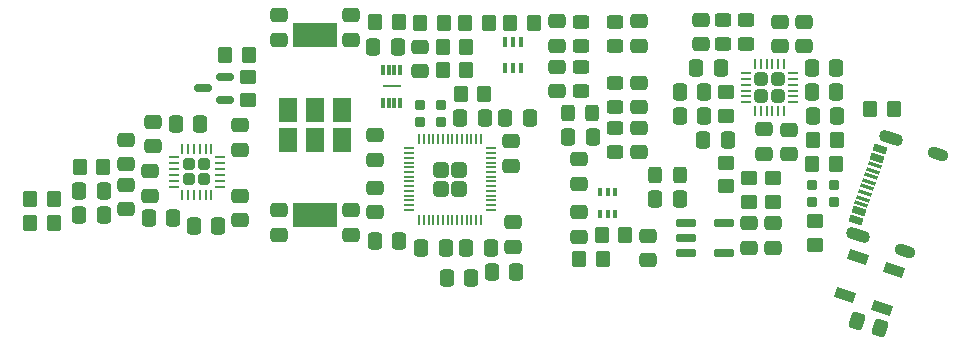
<source format=gbp>
%TF.GenerationSoftware,KiCad,Pcbnew,7.0.6*%
%TF.CreationDate,2023-07-20T08:42:54+02:00*%
%TF.ProjectId,dc_sdr,64635f73-6472-42e6-9b69-6361645f7063,rev?*%
%TF.SameCoordinates,Original*%
%TF.FileFunction,Paste,Bot*%
%TF.FilePolarity,Positive*%
%FSLAX46Y46*%
G04 Gerber Fmt 4.6, Leading zero omitted, Abs format (unit mm)*
G04 Created by KiCad (PCBNEW 7.0.6) date 2023-07-20 08:42:54*
%MOMM*%
%LPD*%
G01*
G04 APERTURE LIST*
G04 Aperture macros list*
%AMRoundRect*
0 Rectangle with rounded corners*
0 $1 Rounding radius*
0 $2 $3 $4 $5 $6 $7 $8 $9 X,Y pos of 4 corners*
0 Add a 4 corners polygon primitive as box body*
4,1,4,$2,$3,$4,$5,$6,$7,$8,$9,$2,$3,0*
0 Add four circle primitives for the rounded corners*
1,1,$1+$1,$2,$3*
1,1,$1+$1,$4,$5*
1,1,$1+$1,$6,$7*
1,1,$1+$1,$8,$9*
0 Add four rect primitives between the rounded corners*
20,1,$1+$1,$2,$3,$4,$5,0*
20,1,$1+$1,$4,$5,$6,$7,0*
20,1,$1+$1,$6,$7,$8,$9,0*
20,1,$1+$1,$8,$9,$2,$3,0*%
%AMHorizOval*
0 Thick line with rounded ends*
0 $1 width*
0 $2 $3 position (X,Y) of the first rounded end (center of the circle)*
0 $4 $5 position (X,Y) of the second rounded end (center of the circle)*
0 Add line between two ends*
20,1,$1,$2,$3,$4,$5,0*
0 Add two circle primitives to create the rounded ends*
1,1,$1,$2,$3*
1,1,$1,$4,$5*%
%AMRotRect*
0 Rectangle, with rotation*
0 The origin of the aperture is its center*
0 $1 length*
0 $2 width*
0 $3 Rotation angle, in degrees counterclockwise*
0 Add horizontal line*
21,1,$1,$2,0,0,$3*%
G04 Aperture macros list end*
%ADD10RoundRect,0.250000X-0.450000X0.325000X-0.450000X-0.325000X0.450000X-0.325000X0.450000X0.325000X0*%
%ADD11RoundRect,0.250000X0.337500X0.475000X-0.337500X0.475000X-0.337500X-0.475000X0.337500X-0.475000X0*%
%ADD12RoundRect,0.250000X0.350000X0.450000X-0.350000X0.450000X-0.350000X-0.450000X0.350000X-0.450000X0*%
%ADD13RoundRect,0.249999X-0.395001X-0.395001X0.395001X-0.395001X0.395001X0.395001X-0.395001X0.395001X0*%
%ADD14RoundRect,0.050000X-0.387500X-0.050000X0.387500X-0.050000X0.387500X0.050000X-0.387500X0.050000X0*%
%ADD15RoundRect,0.050000X-0.050000X-0.387500X0.050000X-0.387500X0.050000X0.387500X-0.050000X0.387500X0*%
%ADD16RoundRect,0.250000X-0.337500X-0.475000X0.337500X-0.475000X0.337500X0.475000X-0.337500X0.475000X0*%
%ADD17RoundRect,0.250000X-0.475000X0.337500X-0.475000X-0.337500X0.475000X-0.337500X0.475000X0.337500X0*%
%ADD18RoundRect,0.250000X-0.450000X0.350000X-0.450000X-0.350000X0.450000X-0.350000X0.450000X0.350000X0*%
%ADD19R,0.300000X0.900000*%
%ADD20R,1.650000X0.250000*%
%ADD21RoundRect,0.250000X0.450000X-0.325000X0.450000X0.325000X-0.450000X0.325000X-0.450000X-0.325000X0*%
%ADD22RoundRect,0.250000X0.475000X-0.337500X0.475000X0.337500X-0.475000X0.337500X-0.475000X-0.337500X0*%
%ADD23RoundRect,0.250000X0.315000X0.315000X-0.315000X0.315000X-0.315000X-0.315000X0.315000X-0.315000X0*%
%ADD24RoundRect,0.062500X0.325000X0.062500X-0.325000X0.062500X-0.325000X-0.062500X0.325000X-0.062500X0*%
%ADD25RoundRect,0.062500X0.062500X0.325000X-0.062500X0.325000X-0.062500X-0.325000X0.062500X-0.325000X0*%
%ADD26RoundRect,0.250000X-0.325000X-0.450000X0.325000X-0.450000X0.325000X0.450000X-0.325000X0.450000X0*%
%ADD27RoundRect,0.250000X-0.350000X-0.450000X0.350000X-0.450000X0.350000X0.450000X-0.350000X0.450000X0*%
%ADD28RoundRect,0.250000X0.450000X-0.350000X0.450000X0.350000X-0.450000X0.350000X-0.450000X-0.350000X0*%
%ADD29RoundRect,0.200000X-0.250000X0.200000X-0.250000X-0.200000X0.250000X-0.200000X0.250000X0.200000X0*%
%ADD30RoundRect,0.250000X0.255000X0.255000X-0.255000X0.255000X-0.255000X-0.255000X0.255000X-0.255000X0*%
%ADD31RoundRect,0.062500X0.375000X0.062500X-0.375000X0.062500X-0.375000X-0.062500X0.375000X-0.062500X0*%
%ADD32RoundRect,0.062500X0.062500X0.375000X-0.062500X0.375000X-0.062500X-0.375000X0.062500X-0.375000X0*%
%ADD33RoundRect,0.250000X0.476347X0.313199X-0.186308X0.538785X-0.476347X-0.313199X0.186308X-0.538785X0*%
%ADD34R,0.400000X0.650000*%
%ADD35RotRect,0.900000X1.700000X71.200000*%
%ADD36RoundRect,0.200000X0.250000X-0.200000X0.250000X0.200000X-0.250000X0.200000X-0.250000X-0.200000X0*%
%ADD37R,1.500000X2.000000*%
%ADD38R,3.800000X2.000000*%
%ADD39RoundRect,0.150000X0.587500X0.150000X-0.587500X0.150000X-0.587500X-0.150000X0.587500X-0.150000X0*%
%ADD40RoundRect,0.190000X0.635000X0.190000X-0.635000X0.190000X-0.635000X-0.190000X0.635000X-0.190000X0*%
%ADD41RotRect,0.600000X1.150000X251.100000*%
%ADD42RotRect,0.300000X1.150000X251.100000*%
%ADD43HorizOval,1.000000X-0.378434X0.129567X0.378434X-0.129567X0*%
%ADD44HorizOval,1.000000X-0.520347X0.178155X0.520347X-0.178155X0*%
%ADD45R,0.400000X0.900000*%
G04 APERTURE END LIST*
D10*
%TO.C,L6*%
X181362250Y-88501000D03*
X181362250Y-90551000D03*
%TD*%
D11*
%TO.C,C47*%
X167010500Y-98679000D03*
X164935500Y-98679000D03*
%TD*%
D12*
%TO.C,R16*%
X170656000Y-79629000D03*
X168656000Y-79629000D03*
%TD*%
D11*
%TO.C,C8*%
X188899500Y-87521000D03*
X186824500Y-87521000D03*
%TD*%
D13*
%TO.C,U1*%
X166586000Y-92037000D03*
X166586000Y-93637000D03*
X168186000Y-92037000D03*
X168186000Y-93637000D03*
D14*
X163948500Y-95437000D03*
X163948500Y-95037000D03*
X163948500Y-94637000D03*
X163948500Y-94237000D03*
X163948500Y-93837000D03*
X163948500Y-93437000D03*
X163948500Y-93037000D03*
X163948500Y-92637000D03*
X163948500Y-92237000D03*
X163948500Y-91837000D03*
X163948500Y-91437000D03*
X163948500Y-91037000D03*
X163948500Y-90637000D03*
X163948500Y-90237000D03*
D15*
X164786000Y-89399500D03*
X165186000Y-89399500D03*
X165586000Y-89399500D03*
X165986000Y-89399500D03*
X166386000Y-89399500D03*
X166786000Y-89399500D03*
X167186000Y-89399500D03*
X167586000Y-89399500D03*
X167986000Y-89399500D03*
X168386000Y-89399500D03*
X168786000Y-89399500D03*
X169186000Y-89399500D03*
X169586000Y-89399500D03*
X169986000Y-89399500D03*
D14*
X170823500Y-90237000D03*
X170823500Y-90637000D03*
X170823500Y-91037000D03*
X170823500Y-91437000D03*
X170823500Y-91837000D03*
X170823500Y-92237000D03*
X170823500Y-92637000D03*
X170823500Y-93037000D03*
X170823500Y-93437000D03*
X170823500Y-93837000D03*
X170823500Y-94237000D03*
X170823500Y-94637000D03*
X170823500Y-95037000D03*
X170823500Y-95437000D03*
D15*
X169986000Y-96274500D03*
X169586000Y-96274500D03*
X169186000Y-96274500D03*
X168786000Y-96274500D03*
X168386000Y-96274500D03*
X167986000Y-96274500D03*
X167586000Y-96274500D03*
X167186000Y-96274500D03*
X166786000Y-96274500D03*
X166386000Y-96274500D03*
X165986000Y-96274500D03*
X165586000Y-96274500D03*
X165186000Y-96274500D03*
X164786000Y-96274500D03*
%TD*%
D16*
%TO.C,C16*%
X184763500Y-94488000D03*
X186838500Y-94488000D03*
%TD*%
D17*
%TO.C,C28*%
X139954000Y-93302000D03*
X139954000Y-95377000D03*
%TD*%
D18*
%TO.C,R5*%
X192688000Y-92760000D03*
X192688000Y-94760000D03*
%TD*%
D17*
%TO.C,C6*%
X197387000Y-79498500D03*
X197387000Y-81573500D03*
%TD*%
D11*
%TO.C,C27*%
X138070500Y-93853000D03*
X135995500Y-93853000D03*
%TD*%
D16*
%TO.C,C44*%
X161014500Y-98044000D03*
X163089500Y-98044000D03*
%TD*%
D17*
%TO.C,C19*%
X183394250Y-88488500D03*
X183394250Y-90563500D03*
%TD*%
D18*
%TO.C,R2*%
X198247000Y-96409000D03*
X198247000Y-98409000D03*
%TD*%
D17*
%TO.C,C50*%
X172704000Y-96490000D03*
X172704000Y-98565000D03*
%TD*%
%TO.C,C10*%
X188595000Y-79344500D03*
X188595000Y-81419500D03*
%TD*%
D19*
%TO.C,U8*%
X163183000Y-86363000D03*
X162683000Y-86363000D03*
X162183000Y-86363000D03*
X161683000Y-86363000D03*
X161683000Y-83563000D03*
X162183000Y-83563000D03*
X162683000Y-83563000D03*
X163183000Y-83563000D03*
D20*
X162433000Y-84963000D03*
%TD*%
D12*
%TO.C,R9*%
X182229000Y-97536000D03*
X180229000Y-97536000D03*
%TD*%
D21*
%TO.C,L9*%
X178435000Y-85374500D03*
X178435000Y-83324500D03*
%TD*%
D22*
%TO.C,C38*%
X152908000Y-81047500D03*
X152908000Y-78972500D03*
%TD*%
D23*
%TO.C,U3*%
X195137000Y-85790000D03*
X195137000Y-84390000D03*
X193737000Y-85790000D03*
X193737000Y-84390000D03*
D24*
X196424500Y-83840000D03*
X196424500Y-84340000D03*
X196424500Y-84840000D03*
X196424500Y-85340000D03*
X196424500Y-85840000D03*
X196424500Y-86340000D03*
D25*
X195687000Y-87077500D03*
X195187000Y-87077500D03*
X194687000Y-87077500D03*
X194187000Y-87077500D03*
X193687000Y-87077500D03*
X193187000Y-87077500D03*
D24*
X192449500Y-86340000D03*
X192449500Y-85840000D03*
X192449500Y-85340000D03*
X192449500Y-84840000D03*
X192449500Y-84340000D03*
X192449500Y-83840000D03*
D25*
X193187000Y-83102500D03*
X193687000Y-83102500D03*
X194187000Y-83102500D03*
X194687000Y-83102500D03*
X195187000Y-83102500D03*
X195687000Y-83102500D03*
%TD*%
D26*
%TO.C,L3*%
X184776000Y-92456000D03*
X186826000Y-92456000D03*
%TD*%
D11*
%TO.C,C26*%
X138070500Y-95885000D03*
X135995500Y-95885000D03*
%TD*%
%TO.C,C7*%
X188899500Y-85489000D03*
X186824500Y-85489000D03*
%TD*%
%TO.C,C33*%
X147742500Y-96774000D03*
X145667500Y-96774000D03*
%TD*%
D17*
%TO.C,C20*%
X183394250Y-84678500D03*
X183394250Y-86753500D03*
%TD*%
D16*
%TO.C,C48*%
X168761500Y-98679000D03*
X170836500Y-98679000D03*
%TD*%
D27*
%TO.C,R10*%
X178324000Y-99568000D03*
X180324000Y-99568000D03*
%TD*%
D28*
%TO.C,R3*%
X190754000Y-93456000D03*
X190754000Y-91456000D03*
%TD*%
D17*
%TO.C,C11*%
X195355000Y-79498500D03*
X195355000Y-81573500D03*
%TD*%
D29*
%TO.C,X2*%
X164810000Y-86524000D03*
X166660000Y-86524000D03*
X166660000Y-87974000D03*
X164810000Y-87974000D03*
%TD*%
D16*
%TO.C,C3*%
X198098500Y-87503000D03*
X200173500Y-87503000D03*
%TD*%
D22*
%TO.C,C46*%
X161036000Y-91207500D03*
X161036000Y-89132500D03*
%TD*%
%TO.C,C53*%
X164834000Y-83711500D03*
X164834000Y-81636500D03*
%TD*%
D12*
%TO.C,R18*%
X163036000Y-79502000D03*
X161036000Y-79502000D03*
%TD*%
D22*
%TO.C,C31*%
X142006000Y-94255500D03*
X142006000Y-92180500D03*
%TD*%
D11*
%TO.C,C54*%
X162950500Y-81661000D03*
X160875500Y-81661000D03*
%TD*%
D22*
%TO.C,C25*%
X184150000Y-99716500D03*
X184150000Y-97641500D03*
%TD*%
D11*
%TO.C,C1*%
X172995500Y-100711000D03*
X170920500Y-100711000D03*
%TD*%
D21*
%TO.C,L1*%
X192434000Y-81416000D03*
X192434000Y-79366000D03*
%TD*%
D22*
%TO.C,C30*%
X142240000Y-90064500D03*
X142240000Y-87989500D03*
%TD*%
D30*
%TO.C,U6*%
X146558000Y-92837000D03*
X146558000Y-91587000D03*
X145308000Y-92837000D03*
X145308000Y-91587000D03*
D31*
X147870500Y-90962000D03*
X147870500Y-91462000D03*
X147870500Y-91962000D03*
X147870500Y-92462000D03*
X147870500Y-92962000D03*
X147870500Y-93462000D03*
D32*
X147183000Y-94149500D03*
X146683000Y-94149500D03*
X146183000Y-94149500D03*
X145683000Y-94149500D03*
X145183000Y-94149500D03*
X144683000Y-94149500D03*
D31*
X143995500Y-93462000D03*
X143995500Y-92962000D03*
X143995500Y-92462000D03*
X143995500Y-91962000D03*
X143995500Y-91462000D03*
X143995500Y-90962000D03*
D32*
X144683000Y-90274500D03*
X145183000Y-90274500D03*
X145683000Y-90274500D03*
X146183000Y-90274500D03*
X146683000Y-90274500D03*
X147183000Y-90274500D03*
%TD*%
D21*
%TO.C,L2*%
X190529000Y-81416000D03*
X190529000Y-79366000D03*
%TD*%
D12*
%TO.C,R17*%
X166846000Y-79629000D03*
X164846000Y-79629000D03*
%TD*%
D22*
%TO.C,C17*%
X183388000Y-81555500D03*
X183388000Y-79480500D03*
%TD*%
D21*
%TO.C,L8*%
X178435000Y-81564500D03*
X178435000Y-79514500D03*
%TD*%
D16*
%TO.C,C18*%
X177397500Y-89281000D03*
X179472500Y-89281000D03*
%TD*%
D12*
%TO.C,R21*%
X138033000Y-91821000D03*
X136033000Y-91821000D03*
%TD*%
%TO.C,R8*%
X200136000Y-89535000D03*
X198136000Y-89535000D03*
%TD*%
D16*
%TO.C,C4*%
X188806000Y-89535000D03*
X190881000Y-89535000D03*
%TD*%
D11*
%TO.C,C52*%
X174138500Y-87630000D03*
X172063500Y-87630000D03*
%TD*%
D16*
%TO.C,C45*%
X168253500Y-87630000D03*
X170328500Y-87630000D03*
%TD*%
D27*
%TO.C,R22*%
X131842000Y-96510000D03*
X133842000Y-96510000D03*
%TD*%
D33*
%TO.C,R20*%
X203765649Y-105478266D03*
X201872351Y-104833734D03*
%TD*%
D16*
%TO.C,C2*%
X197993000Y-85471000D03*
X200068000Y-85471000D03*
%TD*%
D26*
%TO.C,L5*%
X177388500Y-87249000D03*
X179438500Y-87249000D03*
%TD*%
D27*
%TO.C,R19*%
X168291000Y-85598000D03*
X170291000Y-85598000D03*
%TD*%
D18*
%TO.C,R6*%
X194720000Y-92760000D03*
X194720000Y-94760000D03*
%TD*%
D17*
%TO.C,C23*%
X178292000Y-95631000D03*
X178292000Y-97706000D03*
%TD*%
D22*
%TO.C,C29*%
X139954000Y-91567000D03*
X139954000Y-89492000D03*
%TD*%
D21*
%TO.C,L4*%
X181356000Y-81543000D03*
X181356000Y-79493000D03*
%TD*%
D22*
%TO.C,C21*%
X176403000Y-81555500D03*
X176403000Y-79480500D03*
%TD*%
D27*
%TO.C,R13*%
X148352000Y-82296000D03*
X150352000Y-82296000D03*
%TD*%
%TO.C,R23*%
X131842000Y-94488000D03*
X133842000Y-94488000D03*
%TD*%
D17*
%TO.C,C24*%
X178308000Y-91164500D03*
X178308000Y-93239500D03*
%TD*%
D27*
%TO.C,R1*%
X202962000Y-86868000D03*
X204962000Y-86868000D03*
%TD*%
D17*
%TO.C,C14*%
X194749000Y-96550500D03*
X194749000Y-98625500D03*
%TD*%
D22*
%TO.C,C39*%
X159004000Y-81047500D03*
X159004000Y-78972500D03*
%TD*%
D12*
%TO.C,R12*%
X168767000Y-81661000D03*
X166767000Y-81661000D03*
%TD*%
D34*
%TO.C,U4*%
X181371000Y-95819000D03*
X180721000Y-95819000D03*
X180071000Y-95819000D03*
X180071000Y-93919000D03*
X180721000Y-93919000D03*
X181371000Y-93919000D03*
%TD*%
D17*
%TO.C,C34*%
X149626000Y-94232500D03*
X149626000Y-96307500D03*
%TD*%
D22*
%TO.C,C9*%
X193929000Y-90699500D03*
X193929000Y-88624500D03*
%TD*%
D35*
%TO.C,RESET1*%
X203922148Y-103717304D03*
X205017852Y-100498696D03*
%TD*%
D18*
%TO.C,R11*%
X150319500Y-84156000D03*
X150319500Y-86156000D03*
%TD*%
D12*
%TO.C,R7*%
X200038000Y-91544000D03*
X198038000Y-91544000D03*
%TD*%
D17*
%TO.C,C35*%
X149626000Y-88263500D03*
X149626000Y-90338500D03*
%TD*%
D10*
%TO.C,L7*%
X181362250Y-84691000D03*
X181362250Y-86741000D03*
%TD*%
D11*
%TO.C,C5*%
X190296500Y-83457000D03*
X188221500Y-83457000D03*
%TD*%
%TO.C,C43*%
X169185500Y-101219000D03*
X167110500Y-101219000D03*
%TD*%
D22*
%TO.C,C22*%
X176403000Y-85387000D03*
X176403000Y-83312000D03*
%TD*%
D11*
%TO.C,C12*%
X200068000Y-83439000D03*
X197993000Y-83439000D03*
%TD*%
D12*
%TO.C,R14*%
X168767000Y-83566000D03*
X166767000Y-83566000D03*
%TD*%
D22*
%TO.C,C15*%
X196117000Y-90717500D03*
X196117000Y-88642500D03*
%TD*%
D36*
%TO.C,X1*%
X199872000Y-94770000D03*
X198022000Y-94770000D03*
X198022000Y-93320000D03*
X199872000Y-93320000D03*
%TD*%
D18*
%TO.C,R4*%
X190732500Y-85487000D03*
X190732500Y-87487000D03*
%TD*%
D37*
%TO.C,U11*%
X158256000Y-86970000D03*
X155956000Y-86970000D03*
D38*
X155956000Y-80670000D03*
D37*
X153656000Y-86970000D03*
%TD*%
D35*
%TO.C,BOOT1*%
X200796312Y-102653183D03*
X201892016Y-99434575D03*
%TD*%
D17*
%TO.C,C37*%
X152908000Y-95482500D03*
X152908000Y-97557500D03*
%TD*%
D22*
%TO.C,C49*%
X172577000Y-91707000D03*
X172577000Y-89632000D03*
%TD*%
D17*
%TO.C,C13*%
X192717000Y-96550500D03*
X192717000Y-98625500D03*
%TD*%
D16*
%TO.C,C36*%
X144143500Y-88138000D03*
X146218500Y-88138000D03*
%TD*%
D22*
%TO.C,C51*%
X161036000Y-95652500D03*
X161036000Y-93577500D03*
%TD*%
D27*
%TO.C,R15*%
X172466000Y-79629000D03*
X174466000Y-79629000D03*
%TD*%
D39*
%TO.C,Q1*%
X148336000Y-84206000D03*
X148336000Y-86106000D03*
X146461000Y-85156000D03*
%TD*%
D37*
%TO.C,U7*%
X153656000Y-89560000D03*
X155956000Y-89560000D03*
D38*
X155956000Y-95860000D03*
D37*
X158256000Y-89560000D03*
%TD*%
D40*
%TO.C,TR2*%
X187386000Y-96520000D03*
X187386000Y-97790000D03*
X187386000Y-99060000D03*
X190566000Y-99060000D03*
X190566000Y-96520000D03*
%TD*%
D16*
%TO.C,C32*%
X141857500Y-96159000D03*
X143932500Y-96159000D03*
%TD*%
D41*
%TO.C,J1*%
X203802942Y-90268511D03*
X203543808Y-91025379D03*
D42*
X203171303Y-92113377D03*
X202847385Y-93059463D03*
X202685427Y-93532505D03*
X202361509Y-94478591D03*
D41*
X201989004Y-95566589D03*
X201729870Y-96323457D03*
X201729870Y-96323457D03*
X201989004Y-95566589D03*
D42*
X202199550Y-94951633D03*
X202523468Y-94005548D03*
X203009344Y-92586420D03*
X203333261Y-91640335D03*
D41*
X203543808Y-91025379D03*
X203802942Y-90268511D03*
D43*
X208664365Y-90749122D03*
D44*
X204709728Y-89395148D03*
D43*
X205865719Y-98923300D03*
D44*
X201911082Y-97569325D03*
%TD*%
D45*
%TO.C,U5*%
X173370000Y-83396000D03*
X172720000Y-83396000D03*
X172070000Y-83396000D03*
X172070000Y-81196000D03*
X172720000Y-81196000D03*
X173370000Y-81196000D03*
%TD*%
D17*
%TO.C,C42*%
X159004000Y-95482500D03*
X159004000Y-97557500D03*
%TD*%
M02*

</source>
